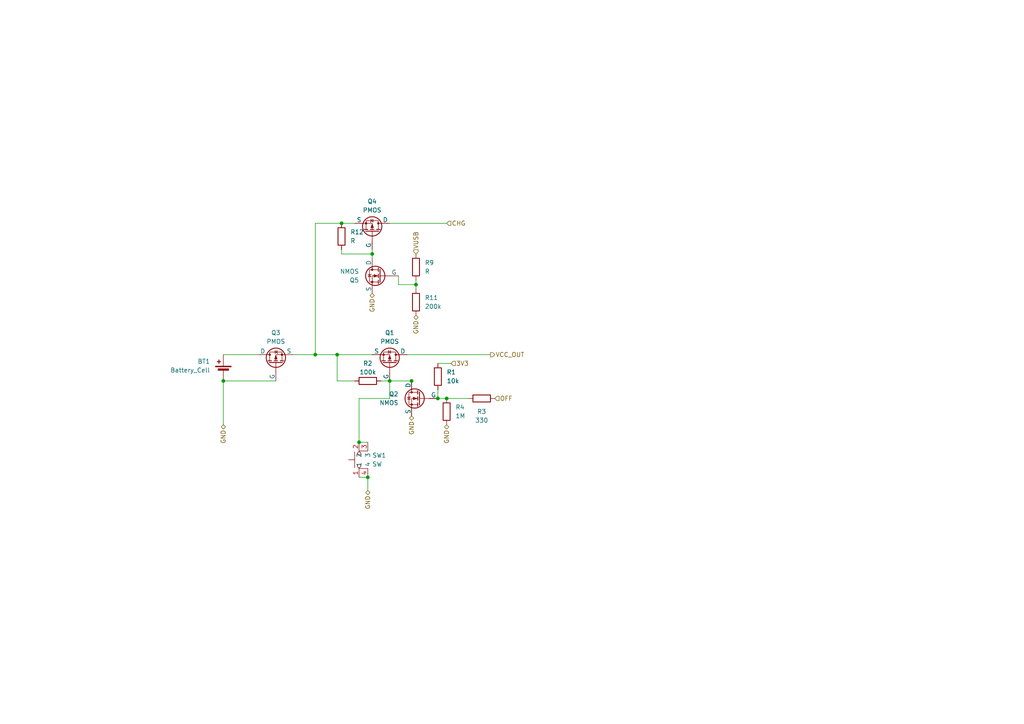
<source format=kicad_sch>
(kicad_sch (version 20230121) (generator eeschema)
  (paper "A4")
  (lib_symbols
    (symbol "Device:Battery_Cell" (pin_numbers hide) (pin_names (offset 0) hide)
      (property "Reference" "BT" (at 2.54 2.54 0))
      (property "Value" "Battery_Cell" (at 2.54 0 0))
      (symbol "Battery_Cell_0_1"
        (rectangle (start -2.286 1.778) (end 2.286 1.524) (fill (type outline)))
        (rectangle (start -1.524 1.016) (end 1.524 0.508) (fill (type outline)))
        (polyline (pts (xy 0 0.762) (xy 0 0)))
        (polyline (pts (xy 0 1.778) (xy 0 2.54)))
        (polyline (pts (xy 0.762 3.048) (xy 1.778 3.048)) (stroke (width 0.254)))
        (polyline (pts (xy 1.27 3.556) (xy 1.27 2.54)) (stroke (width 0.254)))
      )
      (symbol "Battery_Cell_1_1"
        (pin passive line (at 0 5.08 270) (length 2.54) (name "+") (number "1"))
        (pin passive line (at 0 -2.54 90) (length 2.54) (name "-") (number "2"))
      )
    )
    (symbol "Device:R" (pin_numbers hide) (pin_names (offset 0))
      (property "Reference" "R" (at 2.032 0 90))
      (property "Value" "R" (at 0 0 90))
      (symbol "R_0_1"
        (rectangle (start -1.016 -2.54) (end 1.016 2.54) (stroke (width 0.254)))
      )
      (symbol "R_1_1"
        (pin passive line (at 0 3.81 270) (length 1.27) (name "~") (number "1"))
        (pin passive line (at 0 -3.81 90) (length 1.27) (name "~") (number "2"))
      )
    )
    (symbol "RKL-Uncategorized:SW"
      (property "Reference" "SW" (at 0 8.89 0))
      (property "Value" "SW" (at 0 6.35 0))
      (symbol "SW_0_1"
        (circle (center -1.778 1.27) (radius 0.508))
        (polyline (pts (xy -2.286 2.54) (xy 2.286 2.54)))
        (polyline (pts (xy 0 2.54) (xy 0 4.318)))
        (polyline (pts (xy -2.54 -1.27) (xy -2.54 1.27) (xy -2.286 1.27)))
        (polyline (pts (xy 2.54 -1.27) (xy 2.54 1.27) (xy 2.286 1.27)))
        (circle (center 1.778 1.27) (radius 0.508))
        (pin passive line (at -5.08 1.27 0) (length 2.54) (name "1") (number "1"))
        (pin passive line (at 5.08 1.27 180) (length 2.54) (name "2") (number "2"))
        (pin passive line (at 5.08 -1.27 180) (length 2.54) (name "3") (number "3"))
        (pin passive line (at -5.08 -1.27 0) (length 2.54) (name "4") (number "4"))
      )
    )
    (symbol "Simulation_SPICE:NMOS" (pin_numbers hide) (pin_names (offset 0))
      (property "Reference" "Q" (at 5.08 1.27 0))
      (property "Value" "NMOS" (at 5.08 -1.27 0))
      (symbol "NMOS_0_1"
        (polyline (pts (xy 0.254 0) (xy -2.54 0)))
        (polyline (pts (xy 0.254 1.905) (xy 0.254 -1.905)) (stroke (width 0.254)))
        (polyline (pts (xy 0.762 -1.27) (xy 0.762 -2.286)) (stroke (width 0.254)))
        (polyline (pts (xy 0.762 0.508) (xy 0.762 -0.508)) (stroke (width 0.254)))
        (polyline (pts (xy 0.762 2.286) (xy 0.762 1.27)) (stroke (width 0.254)))
        (polyline (pts (xy 2.54 2.54) (xy 2.54 1.778)))
        (polyline (pts (xy 2.54 -2.54) (xy 2.54 0) (xy 0.762 0)))
        (polyline (pts (xy 0.762 -1.778) (xy 3.302 -1.778) (xy 3.302 1.778) (xy 0.762 1.778)))
        (polyline (pts (xy 1.016 0) (xy 2.032 0.381) (xy 2.032 -0.381) (xy 1.016 0)) (fill (type outline)))
        (polyline (pts (xy 2.794 0.508) (xy 2.921 0.381) (xy 3.683 0.381) (xy 3.81 0.254)))
        (polyline (pts (xy 3.302 0.381) (xy 2.921 -0.254) (xy 3.683 -0.254) (xy 3.302 0.381)))
        (circle (center 1.651 0) (radius 2.794) (stroke (width 0.254)))
        (circle (center 2.54 -1.778) (radius 0.254) (fill (type outline)))
        (circle (center 2.54 1.778) (radius 0.254) (fill (type outline)))
      )
      (symbol "NMOS_1_1"
        (pin passive line (at 2.54 5.08 270) (length 2.54) (name "D") (number "1"))
        (pin input line (at -5.08 0 0) (length 2.54) (name "G") (number "2"))
        (pin passive line (at 2.54 -5.08 90) (length 2.54) (name "S") (number "3"))
      )
    )
    (symbol "Simulation_SPICE:PMOS" (pin_numbers hide) (pin_names (offset 0))
      (property "Reference" "Q" (at 5.08 1.27 0))
      (property "Value" "PMOS" (at 5.08 -1.27 0))
      (symbol "PMOS_0_1"
        (polyline (pts (xy 0.254 0) (xy -2.54 0)))
        (polyline (pts (xy 0.254 1.905) (xy 0.254 -1.905)) (stroke (width 0.254)))
        (polyline (pts (xy 0.762 -1.27) (xy 0.762 -2.286)) (stroke (width 0.254)))
        (polyline (pts (xy 0.762 0.508) (xy 0.762 -0.508)) (stroke (width 0.254)))
        (polyline (pts (xy 0.762 2.286) (xy 0.762 1.27)) (stroke (width 0.254)))
        (polyline (pts (xy 2.54 2.54) (xy 2.54 1.778)))
        (polyline (pts (xy 2.54 -2.54) (xy 2.54 0) (xy 0.762 0)))
        (polyline (pts (xy 0.762 1.778) (xy 3.302 1.778) (xy 3.302 -1.778) (xy 0.762 -1.778)))
        (polyline (pts (xy 2.286 0) (xy 1.27 0.381) (xy 1.27 -0.381) (xy 2.286 0)) (fill (type outline)))
        (polyline (pts (xy 2.794 -0.508) (xy 2.921 -0.381) (xy 3.683 -0.381) (xy 3.81 -0.254)))
        (polyline (pts (xy 3.302 -0.381) (xy 2.921 0.254) (xy 3.683 0.254) (xy 3.302 -0.381)))
        (circle (center 1.651 0) (radius 2.794) (stroke (width 0.254)))
        (circle (center 2.54 -1.778) (radius 0.254) (fill (type outline)))
        (circle (center 2.54 1.778) (radius 0.254) (fill (type outline)))
      )
      (symbol "PMOS_1_1"
        (pin passive line (at 2.54 5.08 270) (length 2.54) (name "D") (number "1"))
        (pin input line (at -5.08 0 0) (length 2.54) (name "G") (number "2"))
        (pin passive line (at 2.54 -5.08 90) (length 2.54) (name "S") (number "3"))
      )
    )
  )
  (junction (at 119.38 110.49))
  (junction (at 64.77 110.49))
  (junction (at 113.03 110.49))
  (junction (at 91.44 102.87))
  (junction (at 106.68 138.43))
  (junction (at 99.06 64.77))
  (junction (at 129.54 115.57))
  (junction (at 97.79 102.87))
  (junction (at 120.65 82.55))
  (junction (at 107.95 73.66))
  (junction (at 127 115.57))
  (junction (at 104.14 128.27))
  (wire (pts (xy 107.95 72.39) (xy 107.95 73.66)))
  (wire (pts (xy 129.54 115.57) (xy 135.89 115.57)))
  (wire (pts (xy 85.09 102.87) (xy 91.44 102.87)))
  (wire (pts (xy 107.95 73.66) (xy 107.95 74.93)))
  (wire (pts (xy 104.14 115.57) (xy 113.03 115.57)))
  (wire (pts (xy 115.57 82.55) (xy 120.65 82.55)))
  (wire (pts (xy 99.06 72.39) (xy 99.06 73.66)))
  (wire (pts (xy 64.77 102.87) (xy 74.93 102.87)))
  (wire (pts (xy 120.65 81.28) (xy 120.65 82.55)))
  (wire (pts (xy 119.38 110.49) (xy 113.03 110.49)))
  (wire (pts (xy 64.77 110.49) (xy 64.77 123.19)))
  (wire (pts (xy 104.14 128.27) (xy 106.68 128.27)))
  (wire (pts (xy 97.79 102.87) (xy 97.79 110.49)))
  (wire (pts (xy 106.68 138.43) (xy 106.68 142.24)))
  (wire (pts (xy 91.44 102.87) (xy 97.79 102.87)))
  (wire (pts (xy 118.11 102.87) (xy 142.24 102.87)))
  (wire (pts (xy 97.79 110.49) (xy 102.87 110.49)))
  (wire (pts (xy 119.38 111.76) (xy 119.38 110.49)))
  (wire (pts (xy 110.49 110.49) (xy 113.03 110.49)))
  (wire (pts (xy 91.44 64.77) (xy 91.44 102.87)))
  (wire (pts (xy 127 113.03) (xy 127 115.57)))
  (wire (pts (xy 99.06 64.77) (xy 102.87 64.77)))
  (wire (pts (xy 113.03 110.49) (xy 113.03 109.22)))
  (wire (pts (xy 106.68 138.43) (xy 104.14 138.43)))
  (wire (pts (xy 115.57 82.55) (xy 115.57 80.01)))
  (wire (pts (xy 104.14 115.57) (xy 104.14 128.27)))
  (wire (pts (xy 130.81 105.41) (xy 127 105.41)))
  (wire (pts (xy 97.79 102.87) (xy 107.95 102.87)))
  (wire (pts (xy 99.06 73.66) (xy 107.95 73.66)))
  (wire (pts (xy 91.44 64.77) (xy 99.06 64.77)))
  (wire (pts (xy 113.03 64.77) (xy 129.54 64.77)))
  (wire (pts (xy 113.03 115.57) (xy 113.03 110.49)))
  (wire (pts (xy 120.65 82.55) (xy 120.65 83.82)))
  (wire (pts (xy 127 115.57) (xy 129.54 115.57)))
  (wire (pts (xy 64.77 110.49) (xy 80.01 110.49)))
  (hierarchical_label "VCC_OUT" (shape output) (at 142.24 102.87 0))
  (hierarchical_label "OFF" (shape input) (at 143.51 115.57 0))
  (hierarchical_label "GND" (shape bidirectional) (at 64.77 123.19 270))
  (hierarchical_label "GND" (shape bidirectional) (at 129.54 123.19 270))
  (hierarchical_label "VUSB" (shape input) (at 120.65 73.66 90))
  (hierarchical_label "3V3" (shape input) (at 130.81 105.41 0))
  (hierarchical_label "GND" (shape bidirectional) (at 106.68 142.24 270))
  (hierarchical_label "CHG" (shape input) (at 129.54 64.77 0))
  (hierarchical_label "GND" (shape bidirectional) (at 120.65 91.44 270))
  (hierarchical_label "GND" (shape bidirectional) (at 119.38 120.65 270))
  (hierarchical_label "GND" (shape bidirectional) (at 107.95 85.09 270))
  (symbol (lib_id "Device:Battery_Cell") (at 64.77 107.95 0) (mirror y) (unit 1)
    (property "Reference" "BT1" (at 60.96 104.8385 0) (effects (justify left)))
    (property "Value" "Battery_Cell" (at 60.96 107.3785 0) (effects (justify left)))
  )
  (symbol (lib_id "RKL-Uncategorized:SW") (at 105.41 133.35 90) (unit 1)
    (property "Reference" "SW1" (at 107.95 132.08 90) (effects (justify right)))
    (property "Value" "SW" (at 107.95 134.62 90) (effects (justify right)))
    (property "Footprint" "RLK-ElectorMechanicalComponents:Tactile_switch" (effects hide))
  )
  (symbol (lib_id "Device:R") (at 120.65 87.63 0) (unit 1)
    (property "Reference" "R11" (at 123.19 86.36 0) (effects (justify left)))
    (property "Value" "200k" (at 123.19 88.9 0) (effects (justify left)))
  )
  (symbol (lib_id "Device:R") (at 129.54 119.38 0) (unit 1)
    (property "Reference" "R4" (at 132.08 118.11 0) (effects (justify left)))
    (property "Value" "1M" (at 132.08 120.65 0) (effects (justify left)))
  )
  (symbol (lib_id "Device:R") (at 120.65 77.47 180) (unit 1)
    (property "Reference" "R9" (at 123.19 76.2 0) (effects (justify right)))
    (property "Value" "R" (at 123.19 78.74 0) (effects (justify right)))
  )
  (symbol (lib_id "Simulation_SPICE:NMOS") (at 121.92 115.57 0) (mirror y) (unit 1)
    (property "Reference" "Q2" (at 115.57 114.3 0) (effects (justify left)))
    (property "Value" "NMOS" (at 115.57 116.84 0) (effects (justify left)))
    (property "Datasheet" "https://ngspice.sourceforge.io/docs/ngspice-manual.pdf" (effects hide))
    (property "Sim.Device" "NMOS" (effects hide))
    (property "Sim.Type" "VDMOS" (effects hide))
    (property "Sim.Pins" "1=D 2=G 3=S" (effects hide))
  )
  (symbol (lib_id "Simulation_SPICE:PMOS") (at 113.03 105.41 270) (mirror x) (unit 1)
    (property "Reference" "Q1" (at 113.03 96.52 90))
    (property "Value" "PMOS" (at 113.03 99.06 90))
    (property "Datasheet" "https://ngspice.sourceforge.io/docs/ngspice-manual.pdf" (effects hide))
    (property "Sim.Device" "PMOS" (effects hide))
    (property "Sim.Type" "VDMOS" (effects hide))
    (property "Sim.Pins" "1=D 2=G 3=S" (effects hide))
  )
  (symbol (lib_id "Device:R") (at 106.68 110.49 90) (unit 1)
    (property "Reference" "R2" (at 106.68 105.41 90))
    (property "Value" "100k" (at 106.68 107.95 90))
  )
  (symbol (lib_id "Device:R") (at 139.7 115.57 90) (unit 1)
    (property "Reference" "R3" (at 139.7 119.38 90))
    (property "Value" "330" (at 139.7 121.92 90))
  )
  (symbol (lib_id "Device:R") (at 127 109.22 0) (unit 1)
    (property "Reference" "R1" (at 129.54 107.95 0) (effects (justify left)))
    (property "Value" "10k" (at 129.54 110.49 0) (effects (justify left)))
  )
  (symbol (lib_id "Simulation_SPICE:PMOS") (at 80.01 105.41 90) (unit 1)
    (property "Reference" "Q3" (at 80.01 96.52 90))
    (property "Value" "PMOS" (at 80.01 99.06 90))
    (property "Datasheet" "https://ngspice.sourceforge.io/docs/ngspice-manual.pdf" (effects hide))
    (property "Sim.Device" "PMOS" (effects hide))
    (property "Sim.Type" "VDMOS" (effects hide))
    (property "Sim.Pins" "1=D 2=G 3=S" (effects hide))
  )
  (symbol (lib_id "Simulation_SPICE:PMOS") (at 107.95 67.31 270) (mirror x) (unit 1)
    (property "Reference" "Q4" (at 107.95 58.42 90))
    (property "Value" "PMOS" (at 107.95 60.96 90))
    (property "Datasheet" "https://ngspice.sourceforge.io/docs/ngspice-manual.pdf" (effects hide))
    (property "Sim.Device" "PMOS" (effects hide))
    (property "Sim.Type" "VDMOS" (effects hide))
    (property "Sim.Pins" "1=D 2=G 3=S" (effects hide))
  )
  (symbol (lib_id "Device:R") (at 99.06 68.58 0) (unit 1)
    (property "Reference" "R12" (at 101.6 67.31 0) (effects (justify left)))
    (property "Value" "R" (at 101.6 69.85 0) (effects (justify left)))
  )
  (symbol (lib_id "Simulation_SPICE:NMOS") (at 110.49 80.01 0) (mirror y) (unit 1)
    (property "Reference" "Q5" (at 104.14 81.28 0) (effects (justify left)))
    (property "Value" "NMOS" (at 104.14 78.74 0) (effects (justify left)))
    (property "Datasheet" "https://ngspice.sourceforge.io/docs/ngspice-manual.pdf" (effects hide))
    (property "Sim.Device" "NMOS" (effects hide))
    (property "Sim.Type" "VDMOS" (effects hide))
    (property "Sim.Pins" "1=D 2=G 3=S" (effects hide))
  )
)
</source>
